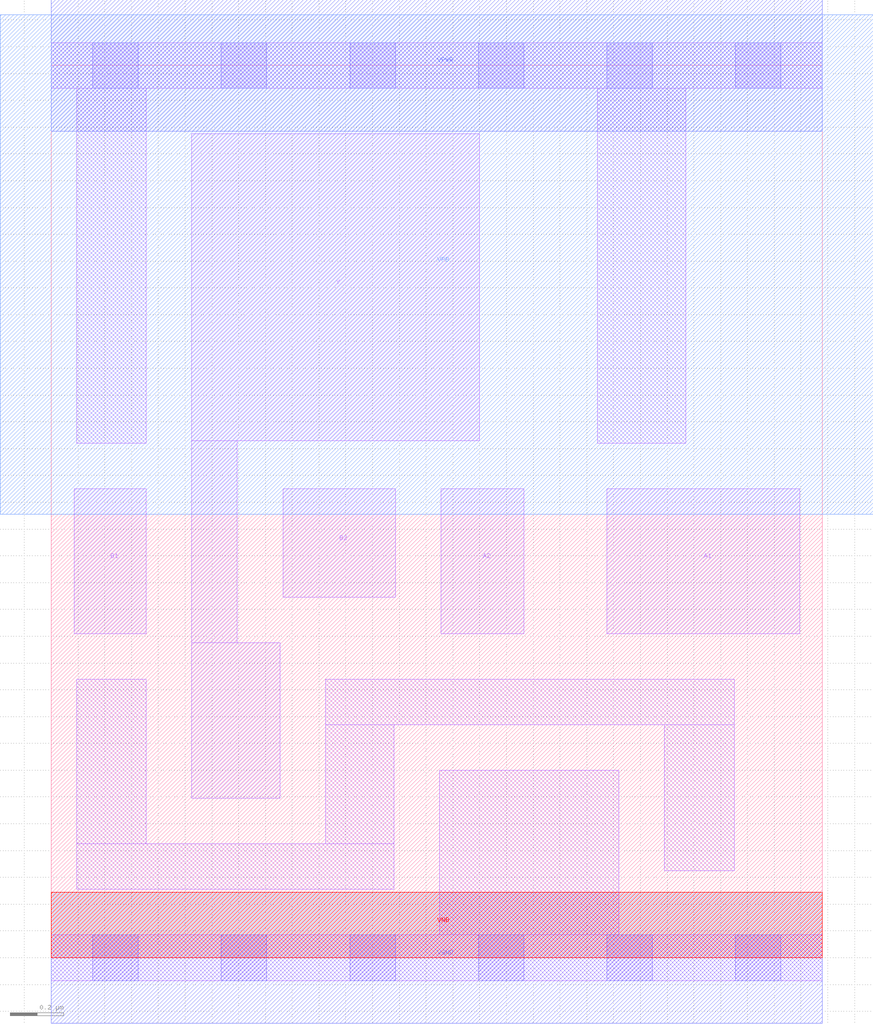
<source format=lef>
# Copyright 2020 The SkyWater PDK Authors
#
# Licensed under the Apache License, Version 2.0 (the "License");
# you may not use this file except in compliance with the License.
# You may obtain a copy of the License at
#
#     https://www.apache.org/licenses/LICENSE-2.0
#
# Unless required by applicable law or agreed to in writing, software
# distributed under the License is distributed on an "AS IS" BASIS,
# WITHOUT WARRANTIES OR CONDITIONS OF ANY KIND, either express or implied.
# See the License for the specific language governing permissions and
# limitations under the License.
#
# SPDX-License-Identifier: Apache-2.0

VERSION 5.7 ;
  NOWIREEXTENSIONATPIN ON ;
  DIVIDERCHAR "/" ;
  BUSBITCHARS "[]" ;
MACRO sky130_fd_sc_lp__o22ai_1
  CLASS CORE ;
  FOREIGN sky130_fd_sc_lp__o22ai_1 ;
  ORIGIN  0.000000  0.000000 ;
  SIZE  2.880000 BY  3.330000 ;
  SYMMETRY X Y R90 ;
  SITE unit ;
  PIN A1
    ANTENNAGATEAREA  0.315000 ;
    DIRECTION INPUT ;
    USE SIGNAL ;
    PORT
      LAYER li1 ;
        RECT 2.075000 1.210000 2.795000 1.750000 ;
    END
  END A1
  PIN A2
    ANTENNAGATEAREA  0.315000 ;
    DIRECTION INPUT ;
    USE SIGNAL ;
    PORT
      LAYER li1 ;
        RECT 1.455000 1.210000 1.765000 1.750000 ;
    END
  END A2
  PIN B1
    ANTENNAGATEAREA  0.315000 ;
    DIRECTION INPUT ;
    USE SIGNAL ;
    PORT
      LAYER li1 ;
        RECT 0.085000 1.210000 0.355000 1.750000 ;
    END
  END B1
  PIN B2
    ANTENNAGATEAREA  0.315000 ;
    DIRECTION INPUT ;
    USE SIGNAL ;
    PORT
      LAYER li1 ;
        RECT 0.865000 1.345000 1.285000 1.750000 ;
    END
  END B2
  PIN Y
    ANTENNADIFFAREA  1.047900 ;
    DIRECTION OUTPUT ;
    USE SIGNAL ;
    PORT
      LAYER li1 ;
        RECT 0.525000 0.595000 0.855000 1.175000 ;
        RECT 0.525000 1.175000 0.695000 1.930000 ;
        RECT 0.525000 1.930000 1.600000 3.075000 ;
    END
  END Y
  PIN VGND
    DIRECTION INOUT ;
    USE GROUND ;
    PORT
      LAYER met1 ;
        RECT 0.000000 -0.245000 2.880000 0.245000 ;
    END
  END VGND
  PIN VNB
    DIRECTION INOUT ;
    USE GROUND ;
    PORT
      LAYER pwell ;
        RECT 0.000000 0.000000 2.880000 0.245000 ;
    END
  END VNB
  PIN VPB
    DIRECTION INOUT ;
    USE POWER ;
    PORT
      LAYER nwell ;
        RECT -0.190000 1.655000 3.070000 3.520000 ;
    END
  END VPB
  PIN VPWR
    DIRECTION INOUT ;
    USE POWER ;
    PORT
      LAYER met1 ;
        RECT 0.000000 3.085000 2.880000 3.575000 ;
    END
  END VPWR
  OBS
    LAYER li1 ;
      RECT 0.000000 -0.085000 2.880000 0.085000 ;
      RECT 0.000000  3.245000 2.880000 3.415000 ;
      RECT 0.095000  0.255000 1.280000 0.425000 ;
      RECT 0.095000  0.425000 0.355000 1.040000 ;
      RECT 0.095000  1.920000 0.355000 3.245000 ;
      RECT 1.025000  0.425000 1.280000 0.870000 ;
      RECT 1.025000  0.870000 2.550000 1.040000 ;
      RECT 1.450000  0.085000 2.120000 0.700000 ;
      RECT 2.040000  1.920000 2.370000 3.245000 ;
      RECT 2.290000  0.325000 2.550000 0.870000 ;
    LAYER mcon ;
      RECT 0.155000 -0.085000 0.325000 0.085000 ;
      RECT 0.155000  3.245000 0.325000 3.415000 ;
      RECT 0.635000 -0.085000 0.805000 0.085000 ;
      RECT 0.635000  3.245000 0.805000 3.415000 ;
      RECT 1.115000 -0.085000 1.285000 0.085000 ;
      RECT 1.115000  3.245000 1.285000 3.415000 ;
      RECT 1.595000 -0.085000 1.765000 0.085000 ;
      RECT 1.595000  3.245000 1.765000 3.415000 ;
      RECT 2.075000 -0.085000 2.245000 0.085000 ;
      RECT 2.075000  3.245000 2.245000 3.415000 ;
      RECT 2.555000 -0.085000 2.725000 0.085000 ;
      RECT 2.555000  3.245000 2.725000 3.415000 ;
  END
END sky130_fd_sc_lp__o22ai_1
END LIBRARY

</source>
